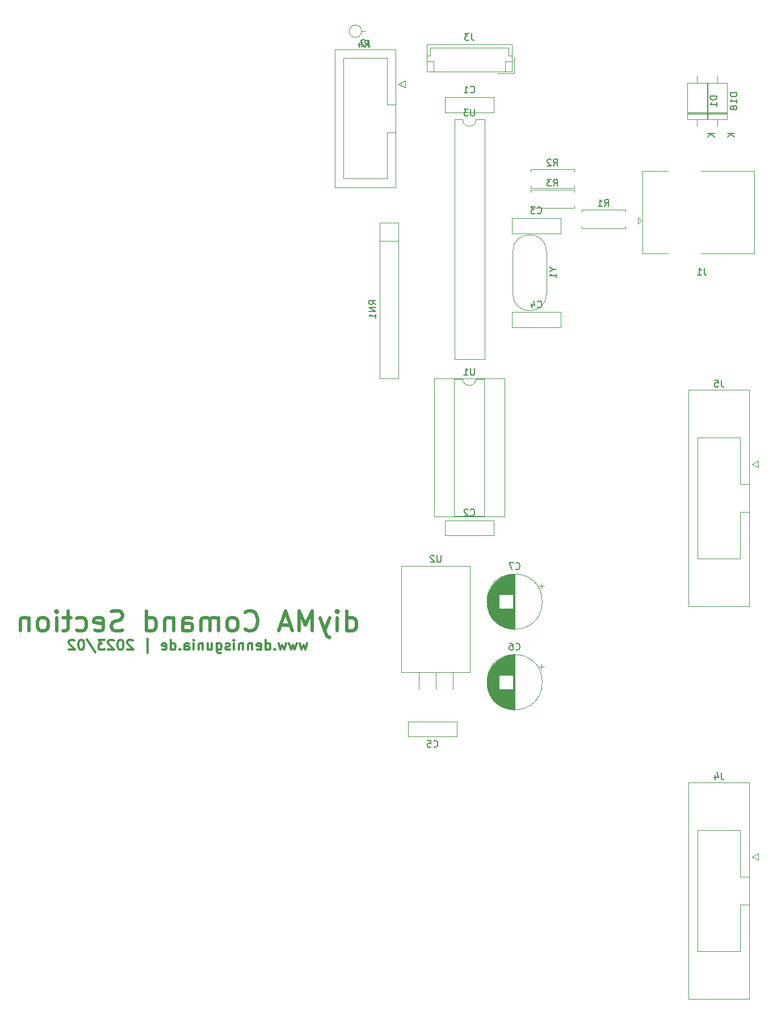
<source format=gbr>
%TF.GenerationSoftware,KiCad,Pcbnew,7.0.5*%
%TF.CreationDate,2023-07-04T22:58:32+02:00*%
%TF.ProjectId,CMD_Board,434d445f-426f-4617-9264-2e6b69636164,rev?*%
%TF.SameCoordinates,Original*%
%TF.FileFunction,Legend,Bot*%
%TF.FilePolarity,Positive*%
%FSLAX46Y46*%
G04 Gerber Fmt 4.6, Leading zero omitted, Abs format (unit mm)*
G04 Created by KiCad (PCBNEW 7.0.5) date 2023-07-04 22:58:32*
%MOMM*%
%LPD*%
G01*
G04 APERTURE LIST*
%ADD10C,0.500000*%
%ADD11C,0.300000*%
%ADD12C,0.150000*%
%ADD13C,0.120000*%
G04 APERTURE END LIST*
D10*
X258714286Y-129361857D02*
X258714286Y-126361857D01*
X258714286Y-129219000D02*
X259000000Y-129361857D01*
X259000000Y-129361857D02*
X259571428Y-129361857D01*
X259571428Y-129361857D02*
X259857143Y-129219000D01*
X259857143Y-129219000D02*
X260000000Y-129076142D01*
X260000000Y-129076142D02*
X260142857Y-128790428D01*
X260142857Y-128790428D02*
X260142857Y-127933285D01*
X260142857Y-127933285D02*
X260000000Y-127647571D01*
X260000000Y-127647571D02*
X259857143Y-127504714D01*
X259857143Y-127504714D02*
X259571428Y-127361857D01*
X259571428Y-127361857D02*
X259000000Y-127361857D01*
X259000000Y-127361857D02*
X258714286Y-127504714D01*
X257285714Y-129361857D02*
X257285714Y-127361857D01*
X257285714Y-126361857D02*
X257428571Y-126504714D01*
X257428571Y-126504714D02*
X257285714Y-126647571D01*
X257285714Y-126647571D02*
X257142857Y-126504714D01*
X257142857Y-126504714D02*
X257285714Y-126361857D01*
X257285714Y-126361857D02*
X257285714Y-126647571D01*
X256142857Y-127361857D02*
X255428571Y-129361857D01*
X254714286Y-127361857D02*
X255428571Y-129361857D01*
X255428571Y-129361857D02*
X255714286Y-130076142D01*
X255714286Y-130076142D02*
X255857143Y-130219000D01*
X255857143Y-130219000D02*
X256142857Y-130361857D01*
X253571429Y-129361857D02*
X253571429Y-126361857D01*
X253571429Y-126361857D02*
X252571429Y-128504714D01*
X252571429Y-128504714D02*
X251571429Y-126361857D01*
X251571429Y-126361857D02*
X251571429Y-129361857D01*
X250285715Y-128504714D02*
X248857144Y-128504714D01*
X250571429Y-129361857D02*
X249571429Y-126361857D01*
X249571429Y-126361857D02*
X248571429Y-129361857D01*
X243571429Y-129076142D02*
X243714286Y-129219000D01*
X243714286Y-129219000D02*
X244142858Y-129361857D01*
X244142858Y-129361857D02*
X244428572Y-129361857D01*
X244428572Y-129361857D02*
X244857143Y-129219000D01*
X244857143Y-129219000D02*
X245142858Y-128933285D01*
X245142858Y-128933285D02*
X245285715Y-128647571D01*
X245285715Y-128647571D02*
X245428572Y-128076142D01*
X245428572Y-128076142D02*
X245428572Y-127647571D01*
X245428572Y-127647571D02*
X245285715Y-127076142D01*
X245285715Y-127076142D02*
X245142858Y-126790428D01*
X245142858Y-126790428D02*
X244857143Y-126504714D01*
X244857143Y-126504714D02*
X244428572Y-126361857D01*
X244428572Y-126361857D02*
X244142858Y-126361857D01*
X244142858Y-126361857D02*
X243714286Y-126504714D01*
X243714286Y-126504714D02*
X243571429Y-126647571D01*
X241857143Y-129361857D02*
X242142858Y-129219000D01*
X242142858Y-129219000D02*
X242285715Y-129076142D01*
X242285715Y-129076142D02*
X242428572Y-128790428D01*
X242428572Y-128790428D02*
X242428572Y-127933285D01*
X242428572Y-127933285D02*
X242285715Y-127647571D01*
X242285715Y-127647571D02*
X242142858Y-127504714D01*
X242142858Y-127504714D02*
X241857143Y-127361857D01*
X241857143Y-127361857D02*
X241428572Y-127361857D01*
X241428572Y-127361857D02*
X241142858Y-127504714D01*
X241142858Y-127504714D02*
X241000001Y-127647571D01*
X241000001Y-127647571D02*
X240857143Y-127933285D01*
X240857143Y-127933285D02*
X240857143Y-128790428D01*
X240857143Y-128790428D02*
X241000001Y-129076142D01*
X241000001Y-129076142D02*
X241142858Y-129219000D01*
X241142858Y-129219000D02*
X241428572Y-129361857D01*
X241428572Y-129361857D02*
X241857143Y-129361857D01*
X239571429Y-129361857D02*
X239571429Y-127361857D01*
X239571429Y-127647571D02*
X239428572Y-127504714D01*
X239428572Y-127504714D02*
X239142857Y-127361857D01*
X239142857Y-127361857D02*
X238714286Y-127361857D01*
X238714286Y-127361857D02*
X238428572Y-127504714D01*
X238428572Y-127504714D02*
X238285715Y-127790428D01*
X238285715Y-127790428D02*
X238285715Y-129361857D01*
X238285715Y-127790428D02*
X238142857Y-127504714D01*
X238142857Y-127504714D02*
X237857143Y-127361857D01*
X237857143Y-127361857D02*
X237428572Y-127361857D01*
X237428572Y-127361857D02*
X237142857Y-127504714D01*
X237142857Y-127504714D02*
X237000000Y-127790428D01*
X237000000Y-127790428D02*
X237000000Y-129361857D01*
X234285715Y-129361857D02*
X234285715Y-127790428D01*
X234285715Y-127790428D02*
X234428572Y-127504714D01*
X234428572Y-127504714D02*
X234714286Y-127361857D01*
X234714286Y-127361857D02*
X235285715Y-127361857D01*
X235285715Y-127361857D02*
X235571429Y-127504714D01*
X234285715Y-129219000D02*
X234571429Y-129361857D01*
X234571429Y-129361857D02*
X235285715Y-129361857D01*
X235285715Y-129361857D02*
X235571429Y-129219000D01*
X235571429Y-129219000D02*
X235714286Y-128933285D01*
X235714286Y-128933285D02*
X235714286Y-128647571D01*
X235714286Y-128647571D02*
X235571429Y-128361857D01*
X235571429Y-128361857D02*
X235285715Y-128219000D01*
X235285715Y-128219000D02*
X234571429Y-128219000D01*
X234571429Y-128219000D02*
X234285715Y-128076142D01*
X232857143Y-127361857D02*
X232857143Y-129361857D01*
X232857143Y-127647571D02*
X232714286Y-127504714D01*
X232714286Y-127504714D02*
X232428571Y-127361857D01*
X232428571Y-127361857D02*
X232000000Y-127361857D01*
X232000000Y-127361857D02*
X231714286Y-127504714D01*
X231714286Y-127504714D02*
X231571429Y-127790428D01*
X231571429Y-127790428D02*
X231571429Y-129361857D01*
X228857143Y-129361857D02*
X228857143Y-126361857D01*
X228857143Y-129219000D02*
X229142857Y-129361857D01*
X229142857Y-129361857D02*
X229714285Y-129361857D01*
X229714285Y-129361857D02*
X230000000Y-129219000D01*
X230000000Y-129219000D02*
X230142857Y-129076142D01*
X230142857Y-129076142D02*
X230285714Y-128790428D01*
X230285714Y-128790428D02*
X230285714Y-127933285D01*
X230285714Y-127933285D02*
X230142857Y-127647571D01*
X230142857Y-127647571D02*
X230000000Y-127504714D01*
X230000000Y-127504714D02*
X229714285Y-127361857D01*
X229714285Y-127361857D02*
X229142857Y-127361857D01*
X229142857Y-127361857D02*
X228857143Y-127504714D01*
X225285714Y-129219000D02*
X224857143Y-129361857D01*
X224857143Y-129361857D02*
X224142857Y-129361857D01*
X224142857Y-129361857D02*
X223857143Y-129219000D01*
X223857143Y-129219000D02*
X223714285Y-129076142D01*
X223714285Y-129076142D02*
X223571428Y-128790428D01*
X223571428Y-128790428D02*
X223571428Y-128504714D01*
X223571428Y-128504714D02*
X223714285Y-128219000D01*
X223714285Y-128219000D02*
X223857143Y-128076142D01*
X223857143Y-128076142D02*
X224142857Y-127933285D01*
X224142857Y-127933285D02*
X224714285Y-127790428D01*
X224714285Y-127790428D02*
X225000000Y-127647571D01*
X225000000Y-127647571D02*
X225142857Y-127504714D01*
X225142857Y-127504714D02*
X225285714Y-127219000D01*
X225285714Y-127219000D02*
X225285714Y-126933285D01*
X225285714Y-126933285D02*
X225142857Y-126647571D01*
X225142857Y-126647571D02*
X225000000Y-126504714D01*
X225000000Y-126504714D02*
X224714285Y-126361857D01*
X224714285Y-126361857D02*
X224000000Y-126361857D01*
X224000000Y-126361857D02*
X223571428Y-126504714D01*
X221142857Y-129219000D02*
X221428571Y-129361857D01*
X221428571Y-129361857D02*
X222000000Y-129361857D01*
X222000000Y-129361857D02*
X222285714Y-129219000D01*
X222285714Y-129219000D02*
X222428571Y-128933285D01*
X222428571Y-128933285D02*
X222428571Y-127790428D01*
X222428571Y-127790428D02*
X222285714Y-127504714D01*
X222285714Y-127504714D02*
X222000000Y-127361857D01*
X222000000Y-127361857D02*
X221428571Y-127361857D01*
X221428571Y-127361857D02*
X221142857Y-127504714D01*
X221142857Y-127504714D02*
X221000000Y-127790428D01*
X221000000Y-127790428D02*
X221000000Y-128076142D01*
X221000000Y-128076142D02*
X222428571Y-128361857D01*
X218428571Y-129219000D02*
X218714285Y-129361857D01*
X218714285Y-129361857D02*
X219285713Y-129361857D01*
X219285713Y-129361857D02*
X219571428Y-129219000D01*
X219571428Y-129219000D02*
X219714285Y-129076142D01*
X219714285Y-129076142D02*
X219857142Y-128790428D01*
X219857142Y-128790428D02*
X219857142Y-127933285D01*
X219857142Y-127933285D02*
X219714285Y-127647571D01*
X219714285Y-127647571D02*
X219571428Y-127504714D01*
X219571428Y-127504714D02*
X219285713Y-127361857D01*
X219285713Y-127361857D02*
X218714285Y-127361857D01*
X218714285Y-127361857D02*
X218428571Y-127504714D01*
X217571427Y-127361857D02*
X216428570Y-127361857D01*
X217142856Y-126361857D02*
X217142856Y-128933285D01*
X217142856Y-128933285D02*
X216999999Y-129219000D01*
X216999999Y-129219000D02*
X216714284Y-129361857D01*
X216714284Y-129361857D02*
X216428570Y-129361857D01*
X215428570Y-129361857D02*
X215428570Y-127361857D01*
X215428570Y-126361857D02*
X215571427Y-126504714D01*
X215571427Y-126504714D02*
X215428570Y-126647571D01*
X215428570Y-126647571D02*
X215285713Y-126504714D01*
X215285713Y-126504714D02*
X215428570Y-126361857D01*
X215428570Y-126361857D02*
X215428570Y-126647571D01*
X213571427Y-129361857D02*
X213857142Y-129219000D01*
X213857142Y-129219000D02*
X213999999Y-129076142D01*
X213999999Y-129076142D02*
X214142856Y-128790428D01*
X214142856Y-128790428D02*
X214142856Y-127933285D01*
X214142856Y-127933285D02*
X213999999Y-127647571D01*
X213999999Y-127647571D02*
X213857142Y-127504714D01*
X213857142Y-127504714D02*
X213571427Y-127361857D01*
X213571427Y-127361857D02*
X213142856Y-127361857D01*
X213142856Y-127361857D02*
X212857142Y-127504714D01*
X212857142Y-127504714D02*
X212714285Y-127647571D01*
X212714285Y-127647571D02*
X212571427Y-127933285D01*
X212571427Y-127933285D02*
X212571427Y-128790428D01*
X212571427Y-128790428D02*
X212714285Y-129076142D01*
X212714285Y-129076142D02*
X212857142Y-129219000D01*
X212857142Y-129219000D02*
X213142856Y-129361857D01*
X213142856Y-129361857D02*
X213571427Y-129361857D01*
X211285713Y-127361857D02*
X211285713Y-129361857D01*
X211285713Y-127647571D02*
X211142856Y-127504714D01*
X211142856Y-127504714D02*
X210857141Y-127361857D01*
X210857141Y-127361857D02*
X210428570Y-127361857D01*
X210428570Y-127361857D02*
X210142856Y-127504714D01*
X210142856Y-127504714D02*
X209999999Y-127790428D01*
X209999999Y-127790428D02*
X209999999Y-129361857D01*
D11*
X252821428Y-131178328D02*
X252535714Y-132178328D01*
X252535714Y-132178328D02*
X252249999Y-131464042D01*
X252249999Y-131464042D02*
X251964285Y-132178328D01*
X251964285Y-132178328D02*
X251678571Y-131178328D01*
X251249999Y-131178328D02*
X250964285Y-132178328D01*
X250964285Y-132178328D02*
X250678570Y-131464042D01*
X250678570Y-131464042D02*
X250392856Y-132178328D01*
X250392856Y-132178328D02*
X250107142Y-131178328D01*
X249678570Y-131178328D02*
X249392856Y-132178328D01*
X249392856Y-132178328D02*
X249107141Y-131464042D01*
X249107141Y-131464042D02*
X248821427Y-132178328D01*
X248821427Y-132178328D02*
X248535713Y-131178328D01*
X247964284Y-132035471D02*
X247892855Y-132106900D01*
X247892855Y-132106900D02*
X247964284Y-132178328D01*
X247964284Y-132178328D02*
X248035712Y-132106900D01*
X248035712Y-132106900D02*
X247964284Y-132035471D01*
X247964284Y-132035471D02*
X247964284Y-132178328D01*
X246607141Y-132178328D02*
X246607141Y-130678328D01*
X246607141Y-132106900D02*
X246749998Y-132178328D01*
X246749998Y-132178328D02*
X247035712Y-132178328D01*
X247035712Y-132178328D02*
X247178569Y-132106900D01*
X247178569Y-132106900D02*
X247249998Y-132035471D01*
X247249998Y-132035471D02*
X247321426Y-131892614D01*
X247321426Y-131892614D02*
X247321426Y-131464042D01*
X247321426Y-131464042D02*
X247249998Y-131321185D01*
X247249998Y-131321185D02*
X247178569Y-131249757D01*
X247178569Y-131249757D02*
X247035712Y-131178328D01*
X247035712Y-131178328D02*
X246749998Y-131178328D01*
X246749998Y-131178328D02*
X246607141Y-131249757D01*
X245321426Y-132106900D02*
X245464283Y-132178328D01*
X245464283Y-132178328D02*
X245749998Y-132178328D01*
X245749998Y-132178328D02*
X245892855Y-132106900D01*
X245892855Y-132106900D02*
X245964283Y-131964042D01*
X245964283Y-131964042D02*
X245964283Y-131392614D01*
X245964283Y-131392614D02*
X245892855Y-131249757D01*
X245892855Y-131249757D02*
X245749998Y-131178328D01*
X245749998Y-131178328D02*
X245464283Y-131178328D01*
X245464283Y-131178328D02*
X245321426Y-131249757D01*
X245321426Y-131249757D02*
X245249998Y-131392614D01*
X245249998Y-131392614D02*
X245249998Y-131535471D01*
X245249998Y-131535471D02*
X245964283Y-131678328D01*
X244607141Y-131178328D02*
X244607141Y-132178328D01*
X244607141Y-131321185D02*
X244535712Y-131249757D01*
X244535712Y-131249757D02*
X244392855Y-131178328D01*
X244392855Y-131178328D02*
X244178569Y-131178328D01*
X244178569Y-131178328D02*
X244035712Y-131249757D01*
X244035712Y-131249757D02*
X243964284Y-131392614D01*
X243964284Y-131392614D02*
X243964284Y-132178328D01*
X243249998Y-131178328D02*
X243249998Y-132178328D01*
X243249998Y-131321185D02*
X243178569Y-131249757D01*
X243178569Y-131249757D02*
X243035712Y-131178328D01*
X243035712Y-131178328D02*
X242821426Y-131178328D01*
X242821426Y-131178328D02*
X242678569Y-131249757D01*
X242678569Y-131249757D02*
X242607141Y-131392614D01*
X242607141Y-131392614D02*
X242607141Y-132178328D01*
X241892855Y-132178328D02*
X241892855Y-131178328D01*
X241892855Y-130678328D02*
X241964283Y-130749757D01*
X241964283Y-130749757D02*
X241892855Y-130821185D01*
X241892855Y-130821185D02*
X241821426Y-130749757D01*
X241821426Y-130749757D02*
X241892855Y-130678328D01*
X241892855Y-130678328D02*
X241892855Y-130821185D01*
X241249997Y-132106900D02*
X241107140Y-132178328D01*
X241107140Y-132178328D02*
X240821426Y-132178328D01*
X240821426Y-132178328D02*
X240678569Y-132106900D01*
X240678569Y-132106900D02*
X240607140Y-131964042D01*
X240607140Y-131964042D02*
X240607140Y-131892614D01*
X240607140Y-131892614D02*
X240678569Y-131749757D01*
X240678569Y-131749757D02*
X240821426Y-131678328D01*
X240821426Y-131678328D02*
X241035712Y-131678328D01*
X241035712Y-131678328D02*
X241178569Y-131606900D01*
X241178569Y-131606900D02*
X241249997Y-131464042D01*
X241249997Y-131464042D02*
X241249997Y-131392614D01*
X241249997Y-131392614D02*
X241178569Y-131249757D01*
X241178569Y-131249757D02*
X241035712Y-131178328D01*
X241035712Y-131178328D02*
X240821426Y-131178328D01*
X240821426Y-131178328D02*
X240678569Y-131249757D01*
X239321426Y-131178328D02*
X239321426Y-132392614D01*
X239321426Y-132392614D02*
X239392854Y-132535471D01*
X239392854Y-132535471D02*
X239464283Y-132606900D01*
X239464283Y-132606900D02*
X239607140Y-132678328D01*
X239607140Y-132678328D02*
X239821426Y-132678328D01*
X239821426Y-132678328D02*
X239964283Y-132606900D01*
X239321426Y-132106900D02*
X239464283Y-132178328D01*
X239464283Y-132178328D02*
X239749997Y-132178328D01*
X239749997Y-132178328D02*
X239892854Y-132106900D01*
X239892854Y-132106900D02*
X239964283Y-132035471D01*
X239964283Y-132035471D02*
X240035711Y-131892614D01*
X240035711Y-131892614D02*
X240035711Y-131464042D01*
X240035711Y-131464042D02*
X239964283Y-131321185D01*
X239964283Y-131321185D02*
X239892854Y-131249757D01*
X239892854Y-131249757D02*
X239749997Y-131178328D01*
X239749997Y-131178328D02*
X239464283Y-131178328D01*
X239464283Y-131178328D02*
X239321426Y-131249757D01*
X237964283Y-131178328D02*
X237964283Y-132178328D01*
X238607140Y-131178328D02*
X238607140Y-131964042D01*
X238607140Y-131964042D02*
X238535711Y-132106900D01*
X238535711Y-132106900D02*
X238392854Y-132178328D01*
X238392854Y-132178328D02*
X238178568Y-132178328D01*
X238178568Y-132178328D02*
X238035711Y-132106900D01*
X238035711Y-132106900D02*
X237964283Y-132035471D01*
X237249997Y-131178328D02*
X237249997Y-132178328D01*
X237249997Y-131321185D02*
X237178568Y-131249757D01*
X237178568Y-131249757D02*
X237035711Y-131178328D01*
X237035711Y-131178328D02*
X236821425Y-131178328D01*
X236821425Y-131178328D02*
X236678568Y-131249757D01*
X236678568Y-131249757D02*
X236607140Y-131392614D01*
X236607140Y-131392614D02*
X236607140Y-132178328D01*
X235892854Y-132178328D02*
X235892854Y-131178328D01*
X235892854Y-130678328D02*
X235964282Y-130749757D01*
X235964282Y-130749757D02*
X235892854Y-130821185D01*
X235892854Y-130821185D02*
X235821425Y-130749757D01*
X235821425Y-130749757D02*
X235892854Y-130678328D01*
X235892854Y-130678328D02*
X235892854Y-130821185D01*
X234535711Y-132178328D02*
X234535711Y-131392614D01*
X234535711Y-131392614D02*
X234607139Y-131249757D01*
X234607139Y-131249757D02*
X234749996Y-131178328D01*
X234749996Y-131178328D02*
X235035711Y-131178328D01*
X235035711Y-131178328D02*
X235178568Y-131249757D01*
X234535711Y-132106900D02*
X234678568Y-132178328D01*
X234678568Y-132178328D02*
X235035711Y-132178328D01*
X235035711Y-132178328D02*
X235178568Y-132106900D01*
X235178568Y-132106900D02*
X235249996Y-131964042D01*
X235249996Y-131964042D02*
X235249996Y-131821185D01*
X235249996Y-131821185D02*
X235178568Y-131678328D01*
X235178568Y-131678328D02*
X235035711Y-131606900D01*
X235035711Y-131606900D02*
X234678568Y-131606900D01*
X234678568Y-131606900D02*
X234535711Y-131535471D01*
X233821425Y-132035471D02*
X233749996Y-132106900D01*
X233749996Y-132106900D02*
X233821425Y-132178328D01*
X233821425Y-132178328D02*
X233892853Y-132106900D01*
X233892853Y-132106900D02*
X233821425Y-132035471D01*
X233821425Y-132035471D02*
X233821425Y-132178328D01*
X232464282Y-132178328D02*
X232464282Y-130678328D01*
X232464282Y-132106900D02*
X232607139Y-132178328D01*
X232607139Y-132178328D02*
X232892853Y-132178328D01*
X232892853Y-132178328D02*
X233035710Y-132106900D01*
X233035710Y-132106900D02*
X233107139Y-132035471D01*
X233107139Y-132035471D02*
X233178567Y-131892614D01*
X233178567Y-131892614D02*
X233178567Y-131464042D01*
X233178567Y-131464042D02*
X233107139Y-131321185D01*
X233107139Y-131321185D02*
X233035710Y-131249757D01*
X233035710Y-131249757D02*
X232892853Y-131178328D01*
X232892853Y-131178328D02*
X232607139Y-131178328D01*
X232607139Y-131178328D02*
X232464282Y-131249757D01*
X231178567Y-132106900D02*
X231321424Y-132178328D01*
X231321424Y-132178328D02*
X231607139Y-132178328D01*
X231607139Y-132178328D02*
X231749996Y-132106900D01*
X231749996Y-132106900D02*
X231821424Y-131964042D01*
X231821424Y-131964042D02*
X231821424Y-131392614D01*
X231821424Y-131392614D02*
X231749996Y-131249757D01*
X231749996Y-131249757D02*
X231607139Y-131178328D01*
X231607139Y-131178328D02*
X231321424Y-131178328D01*
X231321424Y-131178328D02*
X231178567Y-131249757D01*
X231178567Y-131249757D02*
X231107139Y-131392614D01*
X231107139Y-131392614D02*
X231107139Y-131535471D01*
X231107139Y-131535471D02*
X231821424Y-131678328D01*
X228964282Y-132678328D02*
X228964282Y-130535471D01*
X226821425Y-130821185D02*
X226749997Y-130749757D01*
X226749997Y-130749757D02*
X226607140Y-130678328D01*
X226607140Y-130678328D02*
X226249997Y-130678328D01*
X226249997Y-130678328D02*
X226107140Y-130749757D01*
X226107140Y-130749757D02*
X226035711Y-130821185D01*
X226035711Y-130821185D02*
X225964282Y-130964042D01*
X225964282Y-130964042D02*
X225964282Y-131106900D01*
X225964282Y-131106900D02*
X226035711Y-131321185D01*
X226035711Y-131321185D02*
X226892854Y-132178328D01*
X226892854Y-132178328D02*
X225964282Y-132178328D01*
X225035711Y-130678328D02*
X224892854Y-130678328D01*
X224892854Y-130678328D02*
X224749997Y-130749757D01*
X224749997Y-130749757D02*
X224678569Y-130821185D01*
X224678569Y-130821185D02*
X224607140Y-130964042D01*
X224607140Y-130964042D02*
X224535711Y-131249757D01*
X224535711Y-131249757D02*
X224535711Y-131606900D01*
X224535711Y-131606900D02*
X224607140Y-131892614D01*
X224607140Y-131892614D02*
X224678569Y-132035471D01*
X224678569Y-132035471D02*
X224749997Y-132106900D01*
X224749997Y-132106900D02*
X224892854Y-132178328D01*
X224892854Y-132178328D02*
X225035711Y-132178328D01*
X225035711Y-132178328D02*
X225178569Y-132106900D01*
X225178569Y-132106900D02*
X225249997Y-132035471D01*
X225249997Y-132035471D02*
X225321426Y-131892614D01*
X225321426Y-131892614D02*
X225392854Y-131606900D01*
X225392854Y-131606900D02*
X225392854Y-131249757D01*
X225392854Y-131249757D02*
X225321426Y-130964042D01*
X225321426Y-130964042D02*
X225249997Y-130821185D01*
X225249997Y-130821185D02*
X225178569Y-130749757D01*
X225178569Y-130749757D02*
X225035711Y-130678328D01*
X223964283Y-130821185D02*
X223892855Y-130749757D01*
X223892855Y-130749757D02*
X223749998Y-130678328D01*
X223749998Y-130678328D02*
X223392855Y-130678328D01*
X223392855Y-130678328D02*
X223249998Y-130749757D01*
X223249998Y-130749757D02*
X223178569Y-130821185D01*
X223178569Y-130821185D02*
X223107140Y-130964042D01*
X223107140Y-130964042D02*
X223107140Y-131106900D01*
X223107140Y-131106900D02*
X223178569Y-131321185D01*
X223178569Y-131321185D02*
X224035712Y-132178328D01*
X224035712Y-132178328D02*
X223107140Y-132178328D01*
X222607141Y-130678328D02*
X221678569Y-130678328D01*
X221678569Y-130678328D02*
X222178569Y-131249757D01*
X222178569Y-131249757D02*
X221964284Y-131249757D01*
X221964284Y-131249757D02*
X221821427Y-131321185D01*
X221821427Y-131321185D02*
X221749998Y-131392614D01*
X221749998Y-131392614D02*
X221678569Y-131535471D01*
X221678569Y-131535471D02*
X221678569Y-131892614D01*
X221678569Y-131892614D02*
X221749998Y-132035471D01*
X221749998Y-132035471D02*
X221821427Y-132106900D01*
X221821427Y-132106900D02*
X221964284Y-132178328D01*
X221964284Y-132178328D02*
X222392855Y-132178328D01*
X222392855Y-132178328D02*
X222535712Y-132106900D01*
X222535712Y-132106900D02*
X222607141Y-132035471D01*
X219964284Y-130606900D02*
X221249998Y-132535471D01*
X219178569Y-130678328D02*
X219035712Y-130678328D01*
X219035712Y-130678328D02*
X218892855Y-130749757D01*
X218892855Y-130749757D02*
X218821427Y-130821185D01*
X218821427Y-130821185D02*
X218749998Y-130964042D01*
X218749998Y-130964042D02*
X218678569Y-131249757D01*
X218678569Y-131249757D02*
X218678569Y-131606900D01*
X218678569Y-131606900D02*
X218749998Y-131892614D01*
X218749998Y-131892614D02*
X218821427Y-132035471D01*
X218821427Y-132035471D02*
X218892855Y-132106900D01*
X218892855Y-132106900D02*
X219035712Y-132178328D01*
X219035712Y-132178328D02*
X219178569Y-132178328D01*
X219178569Y-132178328D02*
X219321427Y-132106900D01*
X219321427Y-132106900D02*
X219392855Y-132035471D01*
X219392855Y-132035471D02*
X219464284Y-131892614D01*
X219464284Y-131892614D02*
X219535712Y-131606900D01*
X219535712Y-131606900D02*
X219535712Y-131249757D01*
X219535712Y-131249757D02*
X219464284Y-130964042D01*
X219464284Y-130964042D02*
X219392855Y-130821185D01*
X219392855Y-130821185D02*
X219321427Y-130749757D01*
X219321427Y-130749757D02*
X219178569Y-130678328D01*
X218107141Y-130821185D02*
X218035713Y-130749757D01*
X218035713Y-130749757D02*
X217892856Y-130678328D01*
X217892856Y-130678328D02*
X217535713Y-130678328D01*
X217535713Y-130678328D02*
X217392856Y-130749757D01*
X217392856Y-130749757D02*
X217321427Y-130821185D01*
X217321427Y-130821185D02*
X217249998Y-130964042D01*
X217249998Y-130964042D02*
X217249998Y-131106900D01*
X217249998Y-131106900D02*
X217321427Y-131321185D01*
X217321427Y-131321185D02*
X218178570Y-132178328D01*
X218178570Y-132178328D02*
X217249998Y-132178328D01*
D12*
%TO.C,J4*%
X314563333Y-150484819D02*
X314563333Y-151199104D01*
X314563333Y-151199104D02*
X314610952Y-151341961D01*
X314610952Y-151341961D02*
X314706190Y-151437200D01*
X314706190Y-151437200D02*
X314849047Y-151484819D01*
X314849047Y-151484819D02*
X314944285Y-151484819D01*
X313658571Y-150818152D02*
X313658571Y-151484819D01*
X313896666Y-150437200D02*
X314134761Y-151151485D01*
X314134761Y-151151485D02*
X313515714Y-151151485D01*
%TO.C,J5*%
X314563333Y-91984819D02*
X314563333Y-92699104D01*
X314563333Y-92699104D02*
X314610952Y-92841961D01*
X314610952Y-92841961D02*
X314706190Y-92937200D01*
X314706190Y-92937200D02*
X314849047Y-92984819D01*
X314849047Y-92984819D02*
X314944285Y-92984819D01*
X313610952Y-91984819D02*
X314087142Y-91984819D01*
X314087142Y-91984819D02*
X314134761Y-92461009D01*
X314134761Y-92461009D02*
X314087142Y-92413390D01*
X314087142Y-92413390D02*
X313991904Y-92365771D01*
X313991904Y-92365771D02*
X313753809Y-92365771D01*
X313753809Y-92365771D02*
X313658571Y-92413390D01*
X313658571Y-92413390D02*
X313610952Y-92461009D01*
X313610952Y-92461009D02*
X313563333Y-92556247D01*
X313563333Y-92556247D02*
X313563333Y-92794342D01*
X313563333Y-92794342D02*
X313610952Y-92889580D01*
X313610952Y-92889580D02*
X313658571Y-92937200D01*
X313658571Y-92937200D02*
X313753809Y-92984819D01*
X313753809Y-92984819D02*
X313991904Y-92984819D01*
X313991904Y-92984819D02*
X314087142Y-92937200D01*
X314087142Y-92937200D02*
X314134761Y-92889580D01*
%TO.C,D18*%
X316924819Y-49205714D02*
X315924819Y-49205714D01*
X315924819Y-49205714D02*
X315924819Y-49443809D01*
X315924819Y-49443809D02*
X315972438Y-49586666D01*
X315972438Y-49586666D02*
X316067676Y-49681904D01*
X316067676Y-49681904D02*
X316162914Y-49729523D01*
X316162914Y-49729523D02*
X316353390Y-49777142D01*
X316353390Y-49777142D02*
X316496247Y-49777142D01*
X316496247Y-49777142D02*
X316686723Y-49729523D01*
X316686723Y-49729523D02*
X316781961Y-49681904D01*
X316781961Y-49681904D02*
X316877200Y-49586666D01*
X316877200Y-49586666D02*
X316924819Y-49443809D01*
X316924819Y-49443809D02*
X316924819Y-49205714D01*
X316924819Y-50729523D02*
X316924819Y-50158095D01*
X316924819Y-50443809D02*
X315924819Y-50443809D01*
X315924819Y-50443809D02*
X316067676Y-50348571D01*
X316067676Y-50348571D02*
X316162914Y-50253333D01*
X316162914Y-50253333D02*
X316210533Y-50158095D01*
X316353390Y-51300952D02*
X316305771Y-51205714D01*
X316305771Y-51205714D02*
X316258152Y-51158095D01*
X316258152Y-51158095D02*
X316162914Y-51110476D01*
X316162914Y-51110476D02*
X316115295Y-51110476D01*
X316115295Y-51110476D02*
X316020057Y-51158095D01*
X316020057Y-51158095D02*
X315972438Y-51205714D01*
X315972438Y-51205714D02*
X315924819Y-51300952D01*
X315924819Y-51300952D02*
X315924819Y-51491428D01*
X315924819Y-51491428D02*
X315972438Y-51586666D01*
X315972438Y-51586666D02*
X316020057Y-51634285D01*
X316020057Y-51634285D02*
X316115295Y-51681904D01*
X316115295Y-51681904D02*
X316162914Y-51681904D01*
X316162914Y-51681904D02*
X316258152Y-51634285D01*
X316258152Y-51634285D02*
X316305771Y-51586666D01*
X316305771Y-51586666D02*
X316353390Y-51491428D01*
X316353390Y-51491428D02*
X316353390Y-51300952D01*
X316353390Y-51300952D02*
X316401009Y-51205714D01*
X316401009Y-51205714D02*
X316448628Y-51158095D01*
X316448628Y-51158095D02*
X316543866Y-51110476D01*
X316543866Y-51110476D02*
X316734342Y-51110476D01*
X316734342Y-51110476D02*
X316829580Y-51158095D01*
X316829580Y-51158095D02*
X316877200Y-51205714D01*
X316877200Y-51205714D02*
X316924819Y-51300952D01*
X316924819Y-51300952D02*
X316924819Y-51491428D01*
X316924819Y-51491428D02*
X316877200Y-51586666D01*
X316877200Y-51586666D02*
X316829580Y-51634285D01*
X316829580Y-51634285D02*
X316734342Y-51681904D01*
X316734342Y-51681904D02*
X316543866Y-51681904D01*
X316543866Y-51681904D02*
X316448628Y-51634285D01*
X316448628Y-51634285D02*
X316401009Y-51586666D01*
X316401009Y-51586666D02*
X316353390Y-51491428D01*
X316554819Y-55238095D02*
X315554819Y-55238095D01*
X316554819Y-55809523D02*
X315983390Y-55380952D01*
X315554819Y-55809523D02*
X316126247Y-55238095D01*
%TO.C,J1*%
X312045833Y-75354819D02*
X312045833Y-76069104D01*
X312045833Y-76069104D02*
X312093452Y-76211961D01*
X312093452Y-76211961D02*
X312188690Y-76307200D01*
X312188690Y-76307200D02*
X312331547Y-76354819D01*
X312331547Y-76354819D02*
X312426785Y-76354819D01*
X311045833Y-76354819D02*
X311617261Y-76354819D01*
X311331547Y-76354819D02*
X311331547Y-75354819D01*
X311331547Y-75354819D02*
X311426785Y-75497676D01*
X311426785Y-75497676D02*
X311522023Y-75592914D01*
X311522023Y-75592914D02*
X311617261Y-75640533D01*
%TO.C,R4*%
X261436666Y-42374819D02*
X261769999Y-41898628D01*
X262008094Y-42374819D02*
X262008094Y-41374819D01*
X262008094Y-41374819D02*
X261627142Y-41374819D01*
X261627142Y-41374819D02*
X261531904Y-41422438D01*
X261531904Y-41422438D02*
X261484285Y-41470057D01*
X261484285Y-41470057D02*
X261436666Y-41565295D01*
X261436666Y-41565295D02*
X261436666Y-41708152D01*
X261436666Y-41708152D02*
X261484285Y-41803390D01*
X261484285Y-41803390D02*
X261531904Y-41851009D01*
X261531904Y-41851009D02*
X261627142Y-41898628D01*
X261627142Y-41898628D02*
X262008094Y-41898628D01*
X260579523Y-41708152D02*
X260579523Y-42374819D01*
X260817618Y-41327200D02*
X261055713Y-42041485D01*
X261055713Y-42041485D02*
X260436666Y-42041485D01*
%TO.C,C1*%
X277166666Y-49109580D02*
X277214285Y-49157200D01*
X277214285Y-49157200D02*
X277357142Y-49204819D01*
X277357142Y-49204819D02*
X277452380Y-49204819D01*
X277452380Y-49204819D02*
X277595237Y-49157200D01*
X277595237Y-49157200D02*
X277690475Y-49061961D01*
X277690475Y-49061961D02*
X277738094Y-48966723D01*
X277738094Y-48966723D02*
X277785713Y-48776247D01*
X277785713Y-48776247D02*
X277785713Y-48633390D01*
X277785713Y-48633390D02*
X277738094Y-48442914D01*
X277738094Y-48442914D02*
X277690475Y-48347676D01*
X277690475Y-48347676D02*
X277595237Y-48252438D01*
X277595237Y-48252438D02*
X277452380Y-48204819D01*
X277452380Y-48204819D02*
X277357142Y-48204819D01*
X277357142Y-48204819D02*
X277214285Y-48252438D01*
X277214285Y-48252438D02*
X277166666Y-48300057D01*
X276214285Y-49204819D02*
X276785713Y-49204819D01*
X276499999Y-49204819D02*
X276499999Y-48204819D01*
X276499999Y-48204819D02*
X276595237Y-48347676D01*
X276595237Y-48347676D02*
X276690475Y-48442914D01*
X276690475Y-48442914D02*
X276785713Y-48490533D01*
%TO.C,J2*%
X261815833Y-41274819D02*
X261815833Y-41989104D01*
X261815833Y-41989104D02*
X261863452Y-42131961D01*
X261863452Y-42131961D02*
X261958690Y-42227200D01*
X261958690Y-42227200D02*
X262101547Y-42274819D01*
X262101547Y-42274819D02*
X262196785Y-42274819D01*
X261387261Y-41370057D02*
X261339642Y-41322438D01*
X261339642Y-41322438D02*
X261244404Y-41274819D01*
X261244404Y-41274819D02*
X261006309Y-41274819D01*
X261006309Y-41274819D02*
X260911071Y-41322438D01*
X260911071Y-41322438D02*
X260863452Y-41370057D01*
X260863452Y-41370057D02*
X260815833Y-41465295D01*
X260815833Y-41465295D02*
X260815833Y-41560533D01*
X260815833Y-41560533D02*
X260863452Y-41703390D01*
X260863452Y-41703390D02*
X261434880Y-42274819D01*
X261434880Y-42274819D02*
X260815833Y-42274819D01*
%TO.C,R3*%
X289546666Y-63084819D02*
X289879999Y-62608628D01*
X290118094Y-63084819D02*
X290118094Y-62084819D01*
X290118094Y-62084819D02*
X289737142Y-62084819D01*
X289737142Y-62084819D02*
X289641904Y-62132438D01*
X289641904Y-62132438D02*
X289594285Y-62180057D01*
X289594285Y-62180057D02*
X289546666Y-62275295D01*
X289546666Y-62275295D02*
X289546666Y-62418152D01*
X289546666Y-62418152D02*
X289594285Y-62513390D01*
X289594285Y-62513390D02*
X289641904Y-62561009D01*
X289641904Y-62561009D02*
X289737142Y-62608628D01*
X289737142Y-62608628D02*
X290118094Y-62608628D01*
X289213332Y-62084819D02*
X288594285Y-62084819D01*
X288594285Y-62084819D02*
X288927618Y-62465771D01*
X288927618Y-62465771D02*
X288784761Y-62465771D01*
X288784761Y-62465771D02*
X288689523Y-62513390D01*
X288689523Y-62513390D02*
X288641904Y-62561009D01*
X288641904Y-62561009D02*
X288594285Y-62656247D01*
X288594285Y-62656247D02*
X288594285Y-62894342D01*
X288594285Y-62894342D02*
X288641904Y-62989580D01*
X288641904Y-62989580D02*
X288689523Y-63037200D01*
X288689523Y-63037200D02*
X288784761Y-63084819D01*
X288784761Y-63084819D02*
X289070475Y-63084819D01*
X289070475Y-63084819D02*
X289165713Y-63037200D01*
X289165713Y-63037200D02*
X289213332Y-62989580D01*
%TO.C,C6*%
X283916666Y-132109580D02*
X283964285Y-132157200D01*
X283964285Y-132157200D02*
X284107142Y-132204819D01*
X284107142Y-132204819D02*
X284202380Y-132204819D01*
X284202380Y-132204819D02*
X284345237Y-132157200D01*
X284345237Y-132157200D02*
X284440475Y-132061961D01*
X284440475Y-132061961D02*
X284488094Y-131966723D01*
X284488094Y-131966723D02*
X284535713Y-131776247D01*
X284535713Y-131776247D02*
X284535713Y-131633390D01*
X284535713Y-131633390D02*
X284488094Y-131442914D01*
X284488094Y-131442914D02*
X284440475Y-131347676D01*
X284440475Y-131347676D02*
X284345237Y-131252438D01*
X284345237Y-131252438D02*
X284202380Y-131204819D01*
X284202380Y-131204819D02*
X284107142Y-131204819D01*
X284107142Y-131204819D02*
X283964285Y-131252438D01*
X283964285Y-131252438D02*
X283916666Y-131300057D01*
X283059523Y-131204819D02*
X283249999Y-131204819D01*
X283249999Y-131204819D02*
X283345237Y-131252438D01*
X283345237Y-131252438D02*
X283392856Y-131300057D01*
X283392856Y-131300057D02*
X283488094Y-131442914D01*
X283488094Y-131442914D02*
X283535713Y-131633390D01*
X283535713Y-131633390D02*
X283535713Y-132014342D01*
X283535713Y-132014342D02*
X283488094Y-132109580D01*
X283488094Y-132109580D02*
X283440475Y-132157200D01*
X283440475Y-132157200D02*
X283345237Y-132204819D01*
X283345237Y-132204819D02*
X283154761Y-132204819D01*
X283154761Y-132204819D02*
X283059523Y-132157200D01*
X283059523Y-132157200D02*
X283011904Y-132109580D01*
X283011904Y-132109580D02*
X282964285Y-132014342D01*
X282964285Y-132014342D02*
X282964285Y-131776247D01*
X282964285Y-131776247D02*
X283011904Y-131681009D01*
X283011904Y-131681009D02*
X283059523Y-131633390D01*
X283059523Y-131633390D02*
X283154761Y-131585771D01*
X283154761Y-131585771D02*
X283345237Y-131585771D01*
X283345237Y-131585771D02*
X283440475Y-131633390D01*
X283440475Y-131633390D02*
X283488094Y-131681009D01*
X283488094Y-131681009D02*
X283535713Y-131776247D01*
%TO.C,Y1*%
X289503628Y-75523809D02*
X289979819Y-75523809D01*
X288979819Y-75190476D02*
X289503628Y-75523809D01*
X289503628Y-75523809D02*
X288979819Y-75857142D01*
X289979819Y-76714285D02*
X289979819Y-76142857D01*
X289979819Y-76428571D02*
X288979819Y-76428571D01*
X288979819Y-76428571D02*
X289122676Y-76333333D01*
X289122676Y-76333333D02*
X289217914Y-76238095D01*
X289217914Y-76238095D02*
X289265533Y-76142857D01*
%TO.C,R1*%
X297166666Y-66084819D02*
X297499999Y-65608628D01*
X297738094Y-66084819D02*
X297738094Y-65084819D01*
X297738094Y-65084819D02*
X297357142Y-65084819D01*
X297357142Y-65084819D02*
X297261904Y-65132438D01*
X297261904Y-65132438D02*
X297214285Y-65180057D01*
X297214285Y-65180057D02*
X297166666Y-65275295D01*
X297166666Y-65275295D02*
X297166666Y-65418152D01*
X297166666Y-65418152D02*
X297214285Y-65513390D01*
X297214285Y-65513390D02*
X297261904Y-65561009D01*
X297261904Y-65561009D02*
X297357142Y-65608628D01*
X297357142Y-65608628D02*
X297738094Y-65608628D01*
X296214285Y-66084819D02*
X296785713Y-66084819D01*
X296499999Y-66084819D02*
X296499999Y-65084819D01*
X296499999Y-65084819D02*
X296595237Y-65227676D01*
X296595237Y-65227676D02*
X296690475Y-65322914D01*
X296690475Y-65322914D02*
X296785713Y-65370533D01*
%TO.C,D1*%
X313924819Y-49681905D02*
X312924819Y-49681905D01*
X312924819Y-49681905D02*
X312924819Y-49920000D01*
X312924819Y-49920000D02*
X312972438Y-50062857D01*
X312972438Y-50062857D02*
X313067676Y-50158095D01*
X313067676Y-50158095D02*
X313162914Y-50205714D01*
X313162914Y-50205714D02*
X313353390Y-50253333D01*
X313353390Y-50253333D02*
X313496247Y-50253333D01*
X313496247Y-50253333D02*
X313686723Y-50205714D01*
X313686723Y-50205714D02*
X313781961Y-50158095D01*
X313781961Y-50158095D02*
X313877200Y-50062857D01*
X313877200Y-50062857D02*
X313924819Y-49920000D01*
X313924819Y-49920000D02*
X313924819Y-49681905D01*
X313924819Y-51205714D02*
X313924819Y-50634286D01*
X313924819Y-50920000D02*
X312924819Y-50920000D01*
X312924819Y-50920000D02*
X313067676Y-50824762D01*
X313067676Y-50824762D02*
X313162914Y-50729524D01*
X313162914Y-50729524D02*
X313210533Y-50634286D01*
X313554819Y-55238095D02*
X312554819Y-55238095D01*
X313554819Y-55809523D02*
X312983390Y-55380952D01*
X312554819Y-55809523D02*
X313126247Y-55238095D01*
%TO.C,C3*%
X287166666Y-67109580D02*
X287214285Y-67157200D01*
X287214285Y-67157200D02*
X287357142Y-67204819D01*
X287357142Y-67204819D02*
X287452380Y-67204819D01*
X287452380Y-67204819D02*
X287595237Y-67157200D01*
X287595237Y-67157200D02*
X287690475Y-67061961D01*
X287690475Y-67061961D02*
X287738094Y-66966723D01*
X287738094Y-66966723D02*
X287785713Y-66776247D01*
X287785713Y-66776247D02*
X287785713Y-66633390D01*
X287785713Y-66633390D02*
X287738094Y-66442914D01*
X287738094Y-66442914D02*
X287690475Y-66347676D01*
X287690475Y-66347676D02*
X287595237Y-66252438D01*
X287595237Y-66252438D02*
X287452380Y-66204819D01*
X287452380Y-66204819D02*
X287357142Y-66204819D01*
X287357142Y-66204819D02*
X287214285Y-66252438D01*
X287214285Y-66252438D02*
X287166666Y-66300057D01*
X286833332Y-66204819D02*
X286214285Y-66204819D01*
X286214285Y-66204819D02*
X286547618Y-66585771D01*
X286547618Y-66585771D02*
X286404761Y-66585771D01*
X286404761Y-66585771D02*
X286309523Y-66633390D01*
X286309523Y-66633390D02*
X286261904Y-66681009D01*
X286261904Y-66681009D02*
X286214285Y-66776247D01*
X286214285Y-66776247D02*
X286214285Y-67014342D01*
X286214285Y-67014342D02*
X286261904Y-67109580D01*
X286261904Y-67109580D02*
X286309523Y-67157200D01*
X286309523Y-67157200D02*
X286404761Y-67204819D01*
X286404761Y-67204819D02*
X286690475Y-67204819D01*
X286690475Y-67204819D02*
X286785713Y-67157200D01*
X286785713Y-67157200D02*
X286833332Y-67109580D01*
%TO.C,U2*%
X272761904Y-118104819D02*
X272761904Y-118914342D01*
X272761904Y-118914342D02*
X272714285Y-119009580D01*
X272714285Y-119009580D02*
X272666666Y-119057200D01*
X272666666Y-119057200D02*
X272571428Y-119104819D01*
X272571428Y-119104819D02*
X272380952Y-119104819D01*
X272380952Y-119104819D02*
X272285714Y-119057200D01*
X272285714Y-119057200D02*
X272238095Y-119009580D01*
X272238095Y-119009580D02*
X272190476Y-118914342D01*
X272190476Y-118914342D02*
X272190476Y-118104819D01*
X271761904Y-118200057D02*
X271714285Y-118152438D01*
X271714285Y-118152438D02*
X271619047Y-118104819D01*
X271619047Y-118104819D02*
X271380952Y-118104819D01*
X271380952Y-118104819D02*
X271285714Y-118152438D01*
X271285714Y-118152438D02*
X271238095Y-118200057D01*
X271238095Y-118200057D02*
X271190476Y-118295295D01*
X271190476Y-118295295D02*
X271190476Y-118390533D01*
X271190476Y-118390533D02*
X271238095Y-118533390D01*
X271238095Y-118533390D02*
X271809523Y-119104819D01*
X271809523Y-119104819D02*
X271190476Y-119104819D01*
%TO.C,J3*%
X277333333Y-40354819D02*
X277333333Y-41069104D01*
X277333333Y-41069104D02*
X277380952Y-41211961D01*
X277380952Y-41211961D02*
X277476190Y-41307200D01*
X277476190Y-41307200D02*
X277619047Y-41354819D01*
X277619047Y-41354819D02*
X277714285Y-41354819D01*
X276952380Y-40354819D02*
X276333333Y-40354819D01*
X276333333Y-40354819D02*
X276666666Y-40735771D01*
X276666666Y-40735771D02*
X276523809Y-40735771D01*
X276523809Y-40735771D02*
X276428571Y-40783390D01*
X276428571Y-40783390D02*
X276380952Y-40831009D01*
X276380952Y-40831009D02*
X276333333Y-40926247D01*
X276333333Y-40926247D02*
X276333333Y-41164342D01*
X276333333Y-41164342D02*
X276380952Y-41259580D01*
X276380952Y-41259580D02*
X276428571Y-41307200D01*
X276428571Y-41307200D02*
X276523809Y-41354819D01*
X276523809Y-41354819D02*
X276809523Y-41354819D01*
X276809523Y-41354819D02*
X276904761Y-41307200D01*
X276904761Y-41307200D02*
X276952380Y-41259580D01*
%TO.C,RN1*%
X263054819Y-80739523D02*
X262578628Y-80406190D01*
X263054819Y-80168095D02*
X262054819Y-80168095D01*
X262054819Y-80168095D02*
X262054819Y-80549047D01*
X262054819Y-80549047D02*
X262102438Y-80644285D01*
X262102438Y-80644285D02*
X262150057Y-80691904D01*
X262150057Y-80691904D02*
X262245295Y-80739523D01*
X262245295Y-80739523D02*
X262388152Y-80739523D01*
X262388152Y-80739523D02*
X262483390Y-80691904D01*
X262483390Y-80691904D02*
X262531009Y-80644285D01*
X262531009Y-80644285D02*
X262578628Y-80549047D01*
X262578628Y-80549047D02*
X262578628Y-80168095D01*
X263054819Y-81168095D02*
X262054819Y-81168095D01*
X262054819Y-81168095D02*
X263054819Y-81739523D01*
X263054819Y-81739523D02*
X262054819Y-81739523D01*
X263054819Y-82739523D02*
X263054819Y-82168095D01*
X263054819Y-82453809D02*
X262054819Y-82453809D01*
X262054819Y-82453809D02*
X262197676Y-82358571D01*
X262197676Y-82358571D02*
X262292914Y-82263333D01*
X262292914Y-82263333D02*
X262340533Y-82168095D01*
%TO.C,U3*%
X277776904Y-51624819D02*
X277776904Y-52434342D01*
X277776904Y-52434342D02*
X277729285Y-52529580D01*
X277729285Y-52529580D02*
X277681666Y-52577200D01*
X277681666Y-52577200D02*
X277586428Y-52624819D01*
X277586428Y-52624819D02*
X277395952Y-52624819D01*
X277395952Y-52624819D02*
X277300714Y-52577200D01*
X277300714Y-52577200D02*
X277253095Y-52529580D01*
X277253095Y-52529580D02*
X277205476Y-52434342D01*
X277205476Y-52434342D02*
X277205476Y-51624819D01*
X276824523Y-51624819D02*
X276205476Y-51624819D01*
X276205476Y-51624819D02*
X276538809Y-52005771D01*
X276538809Y-52005771D02*
X276395952Y-52005771D01*
X276395952Y-52005771D02*
X276300714Y-52053390D01*
X276300714Y-52053390D02*
X276253095Y-52101009D01*
X276253095Y-52101009D02*
X276205476Y-52196247D01*
X276205476Y-52196247D02*
X276205476Y-52434342D01*
X276205476Y-52434342D02*
X276253095Y-52529580D01*
X276253095Y-52529580D02*
X276300714Y-52577200D01*
X276300714Y-52577200D02*
X276395952Y-52624819D01*
X276395952Y-52624819D02*
X276681666Y-52624819D01*
X276681666Y-52624819D02*
X276776904Y-52577200D01*
X276776904Y-52577200D02*
X276824523Y-52529580D01*
%TO.C,C7*%
X283916666Y-120109580D02*
X283964285Y-120157200D01*
X283964285Y-120157200D02*
X284107142Y-120204819D01*
X284107142Y-120204819D02*
X284202380Y-120204819D01*
X284202380Y-120204819D02*
X284345237Y-120157200D01*
X284345237Y-120157200D02*
X284440475Y-120061961D01*
X284440475Y-120061961D02*
X284488094Y-119966723D01*
X284488094Y-119966723D02*
X284535713Y-119776247D01*
X284535713Y-119776247D02*
X284535713Y-119633390D01*
X284535713Y-119633390D02*
X284488094Y-119442914D01*
X284488094Y-119442914D02*
X284440475Y-119347676D01*
X284440475Y-119347676D02*
X284345237Y-119252438D01*
X284345237Y-119252438D02*
X284202380Y-119204819D01*
X284202380Y-119204819D02*
X284107142Y-119204819D01*
X284107142Y-119204819D02*
X283964285Y-119252438D01*
X283964285Y-119252438D02*
X283916666Y-119300057D01*
X283583332Y-119204819D02*
X282916666Y-119204819D01*
X282916666Y-119204819D02*
X283345237Y-120204819D01*
%TO.C,R2*%
X289546666Y-60084819D02*
X289879999Y-59608628D01*
X290118094Y-60084819D02*
X290118094Y-59084819D01*
X290118094Y-59084819D02*
X289737142Y-59084819D01*
X289737142Y-59084819D02*
X289641904Y-59132438D01*
X289641904Y-59132438D02*
X289594285Y-59180057D01*
X289594285Y-59180057D02*
X289546666Y-59275295D01*
X289546666Y-59275295D02*
X289546666Y-59418152D01*
X289546666Y-59418152D02*
X289594285Y-59513390D01*
X289594285Y-59513390D02*
X289641904Y-59561009D01*
X289641904Y-59561009D02*
X289737142Y-59608628D01*
X289737142Y-59608628D02*
X290118094Y-59608628D01*
X289165713Y-59180057D02*
X289118094Y-59132438D01*
X289118094Y-59132438D02*
X289022856Y-59084819D01*
X289022856Y-59084819D02*
X288784761Y-59084819D01*
X288784761Y-59084819D02*
X288689523Y-59132438D01*
X288689523Y-59132438D02*
X288641904Y-59180057D01*
X288641904Y-59180057D02*
X288594285Y-59275295D01*
X288594285Y-59275295D02*
X288594285Y-59370533D01*
X288594285Y-59370533D02*
X288641904Y-59513390D01*
X288641904Y-59513390D02*
X289213332Y-60084819D01*
X289213332Y-60084819D02*
X288594285Y-60084819D01*
%TO.C,C2*%
X277166666Y-112109580D02*
X277214285Y-112157200D01*
X277214285Y-112157200D02*
X277357142Y-112204819D01*
X277357142Y-112204819D02*
X277452380Y-112204819D01*
X277452380Y-112204819D02*
X277595237Y-112157200D01*
X277595237Y-112157200D02*
X277690475Y-112061961D01*
X277690475Y-112061961D02*
X277738094Y-111966723D01*
X277738094Y-111966723D02*
X277785713Y-111776247D01*
X277785713Y-111776247D02*
X277785713Y-111633390D01*
X277785713Y-111633390D02*
X277738094Y-111442914D01*
X277738094Y-111442914D02*
X277690475Y-111347676D01*
X277690475Y-111347676D02*
X277595237Y-111252438D01*
X277595237Y-111252438D02*
X277452380Y-111204819D01*
X277452380Y-111204819D02*
X277357142Y-111204819D01*
X277357142Y-111204819D02*
X277214285Y-111252438D01*
X277214285Y-111252438D02*
X277166666Y-111300057D01*
X276785713Y-111300057D02*
X276738094Y-111252438D01*
X276738094Y-111252438D02*
X276642856Y-111204819D01*
X276642856Y-111204819D02*
X276404761Y-111204819D01*
X276404761Y-111204819D02*
X276309523Y-111252438D01*
X276309523Y-111252438D02*
X276261904Y-111300057D01*
X276261904Y-111300057D02*
X276214285Y-111395295D01*
X276214285Y-111395295D02*
X276214285Y-111490533D01*
X276214285Y-111490533D02*
X276261904Y-111633390D01*
X276261904Y-111633390D02*
X276833332Y-112204819D01*
X276833332Y-112204819D02*
X276214285Y-112204819D01*
%TO.C,U1*%
X277751904Y-90249819D02*
X277751904Y-91059342D01*
X277751904Y-91059342D02*
X277704285Y-91154580D01*
X277704285Y-91154580D02*
X277656666Y-91202200D01*
X277656666Y-91202200D02*
X277561428Y-91249819D01*
X277561428Y-91249819D02*
X277370952Y-91249819D01*
X277370952Y-91249819D02*
X277275714Y-91202200D01*
X277275714Y-91202200D02*
X277228095Y-91154580D01*
X277228095Y-91154580D02*
X277180476Y-91059342D01*
X277180476Y-91059342D02*
X277180476Y-90249819D01*
X276180476Y-91249819D02*
X276751904Y-91249819D01*
X276466190Y-91249819D02*
X276466190Y-90249819D01*
X276466190Y-90249819D02*
X276561428Y-90392676D01*
X276561428Y-90392676D02*
X276656666Y-90487914D01*
X276656666Y-90487914D02*
X276751904Y-90535533D01*
%TO.C,C5*%
X271666666Y-146609580D02*
X271714285Y-146657200D01*
X271714285Y-146657200D02*
X271857142Y-146704819D01*
X271857142Y-146704819D02*
X271952380Y-146704819D01*
X271952380Y-146704819D02*
X272095237Y-146657200D01*
X272095237Y-146657200D02*
X272190475Y-146561961D01*
X272190475Y-146561961D02*
X272238094Y-146466723D01*
X272238094Y-146466723D02*
X272285713Y-146276247D01*
X272285713Y-146276247D02*
X272285713Y-146133390D01*
X272285713Y-146133390D02*
X272238094Y-145942914D01*
X272238094Y-145942914D02*
X272190475Y-145847676D01*
X272190475Y-145847676D02*
X272095237Y-145752438D01*
X272095237Y-145752438D02*
X271952380Y-145704819D01*
X271952380Y-145704819D02*
X271857142Y-145704819D01*
X271857142Y-145704819D02*
X271714285Y-145752438D01*
X271714285Y-145752438D02*
X271666666Y-145800057D01*
X270761904Y-145704819D02*
X271238094Y-145704819D01*
X271238094Y-145704819D02*
X271285713Y-146181009D01*
X271285713Y-146181009D02*
X271238094Y-146133390D01*
X271238094Y-146133390D02*
X271142856Y-146085771D01*
X271142856Y-146085771D02*
X270904761Y-146085771D01*
X270904761Y-146085771D02*
X270809523Y-146133390D01*
X270809523Y-146133390D02*
X270761904Y-146181009D01*
X270761904Y-146181009D02*
X270714285Y-146276247D01*
X270714285Y-146276247D02*
X270714285Y-146514342D01*
X270714285Y-146514342D02*
X270761904Y-146609580D01*
X270761904Y-146609580D02*
X270809523Y-146657200D01*
X270809523Y-146657200D02*
X270904761Y-146704819D01*
X270904761Y-146704819D02*
X271142856Y-146704819D01*
X271142856Y-146704819D02*
X271238094Y-146657200D01*
X271238094Y-146657200D02*
X271285713Y-146609580D01*
%TO.C,C4*%
X287166666Y-81109580D02*
X287214285Y-81157200D01*
X287214285Y-81157200D02*
X287357142Y-81204819D01*
X287357142Y-81204819D02*
X287452380Y-81204819D01*
X287452380Y-81204819D02*
X287595237Y-81157200D01*
X287595237Y-81157200D02*
X287690475Y-81061961D01*
X287690475Y-81061961D02*
X287738094Y-80966723D01*
X287738094Y-80966723D02*
X287785713Y-80776247D01*
X287785713Y-80776247D02*
X287785713Y-80633390D01*
X287785713Y-80633390D02*
X287738094Y-80442914D01*
X287738094Y-80442914D02*
X287690475Y-80347676D01*
X287690475Y-80347676D02*
X287595237Y-80252438D01*
X287595237Y-80252438D02*
X287452380Y-80204819D01*
X287452380Y-80204819D02*
X287357142Y-80204819D01*
X287357142Y-80204819D02*
X287214285Y-80252438D01*
X287214285Y-80252438D02*
X287166666Y-80300057D01*
X286309523Y-80538152D02*
X286309523Y-81204819D01*
X286547618Y-80157200D02*
X286785713Y-80871485D01*
X286785713Y-80871485D02*
X286166666Y-80871485D01*
D13*
%TO.C,J4*%
X317430000Y-177080000D02*
X317430000Y-170130000D01*
X309720000Y-151920000D02*
X309720000Y-184240000D01*
X320130000Y-162500000D02*
X320130000Y-163500000D01*
X317430000Y-170130000D02*
X317430000Y-170130000D01*
X309720000Y-184240000D02*
X318740000Y-184240000D01*
X318740000Y-166030000D02*
X317430000Y-166030000D01*
X311030000Y-159080000D02*
X311030000Y-177080000D01*
X320130000Y-163500000D02*
X319130000Y-163000000D01*
X317430000Y-170130000D02*
X318740000Y-170130000D01*
X319130000Y-163000000D02*
X320130000Y-162500000D01*
X317430000Y-166030000D02*
X317430000Y-159080000D01*
X311030000Y-177080000D02*
X317430000Y-177080000D01*
X318740000Y-151920000D02*
X309720000Y-151920000D01*
X318740000Y-184240000D02*
X318740000Y-151920000D01*
X317430000Y-159080000D02*
X311030000Y-159080000D01*
%TO.C,J5*%
X317430000Y-107530000D02*
X317430000Y-100580000D01*
X317430000Y-111630000D02*
X317430000Y-111630000D01*
X317430000Y-111630000D02*
X318740000Y-111630000D01*
X317430000Y-118580000D02*
X317430000Y-111630000D01*
X309720000Y-93420000D02*
X309720000Y-125740000D01*
X318740000Y-125740000D02*
X318740000Y-93420000D01*
X318740000Y-107530000D02*
X317430000Y-107530000D01*
X309720000Y-125740000D02*
X318740000Y-125740000D01*
X318740000Y-93420000D02*
X309720000Y-93420000D01*
X317430000Y-100580000D02*
X311030000Y-100580000D01*
X311030000Y-118580000D02*
X317430000Y-118580000D01*
X320130000Y-104000000D02*
X320130000Y-105000000D01*
X311030000Y-100580000D02*
X311030000Y-118580000D01*
X320130000Y-105000000D02*
X319130000Y-104500000D01*
X319130000Y-104500000D02*
X320130000Y-104000000D01*
%TO.C,D18*%
X315470000Y-47700000D02*
X315470000Y-53140000D01*
X312530000Y-53140000D02*
X312530000Y-47700000D01*
X312530000Y-47700000D02*
X315470000Y-47700000D01*
X315470000Y-52120000D02*
X312530000Y-52120000D01*
X315470000Y-52240000D02*
X312530000Y-52240000D01*
X315470000Y-52360000D02*
X312530000Y-52360000D01*
X314000000Y-46680000D02*
X314000000Y-47700000D01*
X315470000Y-53140000D02*
X312530000Y-53140000D01*
X314000000Y-54160000D02*
X314000000Y-53140000D01*
%TO.C,J1*%
X319482500Y-60890000D02*
X319482500Y-73110000D01*
X319482500Y-60890000D02*
X311512500Y-60890000D01*
X302162500Y-68750000D02*
X302162500Y-67750000D01*
X302162500Y-67750000D02*
X302662500Y-68250000D01*
X302862500Y-60890000D02*
X306612500Y-60890000D01*
X302662500Y-68250000D02*
X302162500Y-68750000D01*
X319482500Y-73110000D02*
X311512500Y-73110000D01*
X302862500Y-73110000D02*
X306612500Y-73110000D01*
X302862500Y-60890000D02*
X302862500Y-73110000D01*
%TO.C,R4*%
X260920000Y-40000000D02*
X261540000Y-40000000D01*
X260920000Y-40000000D02*
G75*
G03*
X260920000Y-40000000I-920000J0D01*
G01*
%TO.C,C1*%
X280620000Y-52120000D02*
X273380000Y-52120000D01*
X280620000Y-49880000D02*
X280620000Y-52120000D01*
X280620000Y-49880000D02*
X273380000Y-49880000D01*
X273380000Y-49880000D02*
X273380000Y-52120000D01*
%TO.C,J2*%
X264732500Y-61990000D02*
X264732500Y-55050000D01*
X264732500Y-55050000D02*
X266042500Y-55050000D01*
X264732500Y-55050000D02*
X264732500Y-55050000D01*
X266432500Y-47920000D02*
X267432500Y-47420000D01*
X264732500Y-50950000D02*
X264732500Y-44010000D01*
X264732500Y-44010000D02*
X258232500Y-44010000D01*
X256922500Y-63290000D02*
X266042500Y-63290000D01*
X266042500Y-63290000D02*
X266042500Y-42710000D01*
X258232500Y-44010000D02*
X258232500Y-61990000D01*
X266042500Y-50950000D02*
X264732500Y-50950000D01*
X256922500Y-42710000D02*
X256922500Y-63290000D01*
X267432500Y-47420000D02*
X267432500Y-48420000D01*
X258232500Y-61990000D02*
X264732500Y-61990000D01*
X267432500Y-48420000D02*
X266432500Y-47920000D01*
X266042500Y-42710000D02*
X256922500Y-42710000D01*
%TO.C,R3*%
X292650000Y-66040000D02*
X292650000Y-66370000D01*
X292650000Y-63960000D02*
X292650000Y-63630000D01*
X286110000Y-63630000D02*
X286110000Y-63960000D01*
X292650000Y-66370000D02*
X286110000Y-66370000D01*
X292650000Y-63630000D02*
X286110000Y-63630000D01*
X286110000Y-66370000D02*
X286110000Y-66040000D01*
%TO.C,C6*%
X280869000Y-134093000D02*
X280869000Y-139907000D01*
X281029000Y-133945000D02*
X281029000Y-140055000D01*
X281909000Y-133353000D02*
X281909000Y-135960000D01*
X282909000Y-133006000D02*
X282909000Y-135960000D01*
X283190000Y-138040000D02*
X283190000Y-141042000D01*
X281949000Y-133334000D02*
X281949000Y-135960000D01*
X283150000Y-132963000D02*
X283150000Y-135960000D01*
X281509000Y-138040000D02*
X281509000Y-140418000D01*
X282469000Y-133123000D02*
X282469000Y-135960000D01*
X281189000Y-133811000D02*
X281189000Y-140189000D01*
X280709000Y-134259000D02*
X280709000Y-139741000D01*
X282229000Y-133210000D02*
X282229000Y-135960000D01*
X280149000Y-135036000D02*
X280149000Y-138964000D01*
X282869000Y-138040000D02*
X282869000Y-140985000D01*
X282269000Y-138040000D02*
X282269000Y-140805000D01*
X281469000Y-133608000D02*
X281469000Y-135960000D01*
X283550000Y-132924000D02*
X283550000Y-141076000D01*
X282989000Y-138040000D02*
X282989000Y-141010000D01*
X282549000Y-133098000D02*
X282549000Y-135960000D01*
X281749000Y-133438000D02*
X281749000Y-135960000D01*
X282589000Y-133086000D02*
X282589000Y-135960000D01*
X283470000Y-138040000D02*
X283470000Y-141071000D01*
X282429000Y-138040000D02*
X282429000Y-140863000D01*
X282149000Y-138040000D02*
X282149000Y-140757000D01*
X281949000Y-138040000D02*
X281949000Y-140666000D01*
X282029000Y-138040000D02*
X282029000Y-140704000D01*
X281669000Y-133483000D02*
X281669000Y-135960000D01*
X283710000Y-132920000D02*
X283710000Y-141080000D01*
X281989000Y-133314000D02*
X281989000Y-135960000D01*
X281309000Y-133720000D02*
X281309000Y-140280000D01*
X282229000Y-138040000D02*
X282229000Y-140790000D01*
X283310000Y-132943000D02*
X283310000Y-135960000D01*
X282509000Y-133111000D02*
X282509000Y-135960000D01*
X282149000Y-133243000D02*
X282149000Y-135960000D01*
X283029000Y-138040000D02*
X283029000Y-141017000D01*
X280509000Y-134495000D02*
X280509000Y-139505000D01*
X282629000Y-133075000D02*
X282629000Y-135960000D01*
X282109000Y-138040000D02*
X282109000Y-140740000D01*
X279709000Y-136232000D02*
X279709000Y-137768000D01*
X283510000Y-138040000D02*
X283510000Y-141074000D01*
X280989000Y-133981000D02*
X280989000Y-140019000D01*
X281509000Y-133582000D02*
X281509000Y-135960000D01*
X279869000Y-135654000D02*
X279869000Y-138346000D01*
X281349000Y-133691000D02*
X281349000Y-140309000D01*
X281709000Y-138040000D02*
X281709000Y-140540000D01*
X281789000Y-138040000D02*
X281789000Y-140584000D01*
X281629000Y-138040000D02*
X281629000Y-140493000D01*
X283110000Y-138040000D02*
X283110000Y-141030000D01*
X282709000Y-138040000D02*
X282709000Y-140947000D01*
X282549000Y-138040000D02*
X282549000Y-140902000D01*
X281829000Y-138040000D02*
X281829000Y-140606000D01*
X281749000Y-138040000D02*
X281749000Y-140562000D01*
X282309000Y-133179000D02*
X282309000Y-135960000D01*
X279669000Y-136467000D02*
X279669000Y-137533000D01*
X280429000Y-134600000D02*
X280429000Y-139400000D01*
X280349000Y-134713000D02*
X280349000Y-139287000D01*
X280949000Y-134017000D02*
X280949000Y-139983000D01*
X281149000Y-133844000D02*
X281149000Y-140156000D01*
X280229000Y-134898000D02*
X280229000Y-139102000D01*
X282389000Y-138040000D02*
X282389000Y-140850000D01*
X279909000Y-135547000D02*
X279909000Y-138453000D01*
X282189000Y-133226000D02*
X282189000Y-135960000D01*
X280629000Y-134349000D02*
X280629000Y-139651000D01*
X288159698Y-134685000D02*
X287359698Y-134685000D01*
X282309000Y-138040000D02*
X282309000Y-140821000D01*
X281549000Y-138040000D02*
X281549000Y-140444000D01*
X282669000Y-138040000D02*
X282669000Y-140936000D01*
X282989000Y-132990000D02*
X282989000Y-135960000D01*
X280669000Y-134303000D02*
X280669000Y-139697000D01*
X283470000Y-132929000D02*
X283470000Y-135960000D01*
X281909000Y-138040000D02*
X281909000Y-140647000D01*
X281389000Y-133662000D02*
X281389000Y-140338000D01*
X280749000Y-134216000D02*
X280749000Y-139784000D01*
X283750000Y-132920000D02*
X283750000Y-141080000D01*
X283390000Y-132935000D02*
X283390000Y-135960000D01*
X282429000Y-133137000D02*
X282429000Y-135960000D01*
X282509000Y-138040000D02*
X282509000Y-140889000D01*
X280389000Y-134655000D02*
X280389000Y-139345000D01*
X283029000Y-132983000D02*
X283029000Y-135960000D01*
X281869000Y-138040000D02*
X281869000Y-140627000D01*
X283630000Y-132921000D02*
X283630000Y-141079000D01*
X282749000Y-133043000D02*
X282749000Y-135960000D01*
X279789000Y-135902000D02*
X279789000Y-138098000D01*
X283350000Y-138040000D02*
X283350000Y-141061000D01*
X281829000Y-133394000D02*
X281829000Y-135960000D01*
X280829000Y-134133000D02*
X280829000Y-139867000D01*
X280589000Y-134396000D02*
X280589000Y-139604000D01*
X279749000Y-136052000D02*
X279749000Y-137948000D01*
X283430000Y-138040000D02*
X283430000Y-141068000D01*
X283230000Y-138040000D02*
X283230000Y-141048000D01*
X282069000Y-138040000D02*
X282069000Y-140722000D01*
X279949000Y-135448000D02*
X279949000Y-138552000D01*
X282709000Y-133053000D02*
X282709000Y-135960000D01*
X281269000Y-133750000D02*
X281269000Y-140250000D01*
X281789000Y-133416000D02*
X281789000Y-135960000D01*
X283070000Y-132976000D02*
X283070000Y-135960000D01*
X281109000Y-133876000D02*
X281109000Y-140124000D01*
X283670000Y-132920000D02*
X283670000Y-141080000D01*
X282949000Y-132998000D02*
X282949000Y-135960000D01*
X280189000Y-134966000D02*
X280189000Y-139034000D01*
X281709000Y-133460000D02*
X281709000Y-135960000D01*
X283070000Y-138040000D02*
X283070000Y-141024000D01*
X281589000Y-133531000D02*
X281589000Y-135960000D01*
X281429000Y-133635000D02*
X281429000Y-140365000D01*
X281069000Y-133910000D02*
X281069000Y-140090000D01*
X283110000Y-132970000D02*
X283110000Y-135960000D01*
X282909000Y-138040000D02*
X282909000Y-140994000D01*
X282829000Y-133024000D02*
X282829000Y-135960000D01*
X283270000Y-138040000D02*
X283270000Y-141052000D01*
X283510000Y-132926000D02*
X283510000Y-135960000D01*
X282669000Y-133064000D02*
X282669000Y-135960000D01*
X282109000Y-133260000D02*
X282109000Y-135960000D01*
X283190000Y-132958000D02*
X283190000Y-135960000D01*
X280549000Y-134444000D02*
X280549000Y-139556000D01*
X283350000Y-132939000D02*
X283350000Y-135960000D01*
X283590000Y-132923000D02*
X283590000Y-141077000D01*
X280269000Y-134834000D02*
X280269000Y-139166000D01*
X282389000Y-133150000D02*
X282389000Y-135960000D01*
X282469000Y-138040000D02*
X282469000Y-140877000D01*
X283230000Y-132952000D02*
X283230000Y-135960000D01*
X282789000Y-138040000D02*
X282789000Y-140967000D01*
X287759698Y-134285000D02*
X287759698Y-135085000D01*
X282869000Y-133015000D02*
X282869000Y-135960000D01*
X279829000Y-135771000D02*
X279829000Y-138229000D01*
X283390000Y-138040000D02*
X283390000Y-141065000D01*
X281549000Y-133556000D02*
X281549000Y-135960000D01*
X281629000Y-133507000D02*
X281629000Y-135960000D01*
X281469000Y-138040000D02*
X281469000Y-140392000D01*
X282829000Y-138040000D02*
X282829000Y-140976000D01*
X282629000Y-138040000D02*
X282629000Y-140925000D01*
X282589000Y-138040000D02*
X282589000Y-140914000D01*
X280109000Y-135110000D02*
X280109000Y-138890000D01*
X281589000Y-138040000D02*
X281589000Y-140469000D01*
X281229000Y-133780000D02*
X281229000Y-140220000D01*
X280789000Y-134174000D02*
X280789000Y-139826000D01*
X283270000Y-132948000D02*
X283270000Y-135960000D01*
X280309000Y-134772000D02*
X280309000Y-139228000D01*
X283310000Y-138040000D02*
X283310000Y-141057000D01*
X280909000Y-134055000D02*
X280909000Y-139945000D01*
X282189000Y-138040000D02*
X282189000Y-140774000D01*
X279989000Y-135355000D02*
X279989000Y-138645000D01*
X282349000Y-133165000D02*
X282349000Y-135960000D01*
X282269000Y-133195000D02*
X282269000Y-135960000D01*
X282949000Y-138040000D02*
X282949000Y-141002000D01*
X281669000Y-138040000D02*
X281669000Y-140517000D01*
X282789000Y-133033000D02*
X282789000Y-135960000D01*
X282069000Y-133278000D02*
X282069000Y-135960000D01*
X282349000Y-138040000D02*
X282349000Y-140835000D01*
X282029000Y-133296000D02*
X282029000Y-135960000D01*
X283430000Y-132932000D02*
X283430000Y-135960000D01*
X281869000Y-133373000D02*
X281869000Y-135960000D01*
X282749000Y-138040000D02*
X282749000Y-140957000D01*
X280029000Y-135269000D02*
X280029000Y-138731000D01*
X281989000Y-138040000D02*
X281989000Y-140686000D01*
X280069000Y-135187000D02*
X280069000Y-138813000D01*
X280469000Y-134546000D02*
X280469000Y-139454000D01*
X283150000Y-138040000D02*
X283150000Y-141037000D01*
X287870000Y-137000000D02*
G75*
G03*
X287870000Y-137000000I-4120000J0D01*
G01*
%TO.C,Y1*%
X283475000Y-79125000D02*
X283475000Y-72875000D01*
X288525000Y-79125000D02*
X288525000Y-72875000D01*
X288525000Y-72875000D02*
G75*
G03*
X283475000Y-72875000I-2525000J0D01*
G01*
X283475000Y-79125000D02*
G75*
G03*
X288525000Y-79125000I2525000J0D01*
G01*
%TO.C,R1*%
X300270000Y-66960000D02*
X300270000Y-66630000D01*
X293730000Y-66630000D02*
X293730000Y-66960000D01*
X300270000Y-66630000D02*
X293730000Y-66630000D01*
X300270000Y-69040000D02*
X300270000Y-69370000D01*
X293730000Y-69370000D02*
X293730000Y-69040000D01*
X300270000Y-69370000D02*
X293730000Y-69370000D01*
%TO.C,D1*%
X312470000Y-53140000D02*
X309530000Y-53140000D01*
X309530000Y-53140000D02*
X309530000Y-47700000D01*
X311000000Y-54160000D02*
X311000000Y-53140000D01*
X312470000Y-52120000D02*
X309530000Y-52120000D01*
X312470000Y-52240000D02*
X309530000Y-52240000D01*
X309530000Y-47700000D02*
X312470000Y-47700000D01*
X312470000Y-52360000D02*
X309530000Y-52360000D01*
X312470000Y-47700000D02*
X312470000Y-53140000D01*
X311000000Y-46680000D02*
X311000000Y-47700000D01*
%TO.C,C3*%
X290620000Y-70120000D02*
X283380000Y-70120000D01*
X290620000Y-67880000D02*
X290620000Y-70120000D01*
X283380000Y-67880000D02*
X283380000Y-70120000D01*
X290620000Y-67880000D02*
X283380000Y-67880000D01*
%TO.C,U2*%
X277120000Y-119650000D02*
X277120000Y-135540000D01*
X272000000Y-135540000D02*
X272000000Y-138080000D01*
X266880000Y-119650000D02*
X266880000Y-135540000D01*
X274540000Y-135540000D02*
X274540000Y-138080000D01*
X277120000Y-135540000D02*
X266880000Y-135540000D01*
X277120000Y-119650000D02*
X266880000Y-119650000D01*
X269460000Y-135540000D02*
X269460000Y-138080000D01*
%TO.C,J3*%
X270640000Y-44510000D02*
X271640000Y-44510000D01*
X270640000Y-41990000D02*
X283360000Y-41990000D01*
X271140000Y-42490000D02*
X271140000Y-43700000D01*
X282860000Y-42490000D02*
X271140000Y-42490000D01*
X283360000Y-46010000D02*
X270640000Y-46010000D01*
X282860000Y-43700000D02*
X282860000Y-42490000D01*
X270640000Y-46010000D02*
X270640000Y-41990000D01*
X283360000Y-41990000D02*
X283360000Y-46010000D01*
X283360000Y-43700000D02*
X282860000Y-43700000D01*
X271640000Y-44510000D02*
X271640000Y-46010000D01*
X283660000Y-46310000D02*
X281160000Y-46310000D01*
X282360000Y-44510000D02*
X282360000Y-46010000D01*
X283660000Y-43810000D02*
X283660000Y-46310000D01*
X283360000Y-44510000D02*
X282360000Y-44510000D01*
X271140000Y-43700000D02*
X270640000Y-43700000D01*
%TO.C,RN1*%
X263600000Y-68560000D02*
X266400000Y-68560000D01*
X263600000Y-91760000D02*
X263600000Y-68560000D01*
X266400000Y-68560000D02*
X266400000Y-91760000D01*
X266400000Y-91760000D02*
X263600000Y-91760000D01*
X263600000Y-71270000D02*
X266400000Y-71270000D01*
%TO.C,U3*%
X274765000Y-88850000D02*
X274765000Y-53170000D01*
X279265000Y-88850000D02*
X274765000Y-88850000D01*
X278015000Y-53170000D02*
X279265000Y-53170000D01*
X279265000Y-53170000D02*
X279265000Y-88850000D01*
X274765000Y-53170000D02*
X276015000Y-53170000D01*
X276015000Y-53170000D02*
G75*
G03*
X278015000Y-53170000I1000000J0D01*
G01*
%TO.C,C7*%
X281189000Y-121811000D02*
X281189000Y-128189000D01*
X283390000Y-120935000D02*
X283390000Y-123960000D01*
X283470000Y-120929000D02*
X283470000Y-123960000D01*
X280309000Y-122772000D02*
X280309000Y-127228000D01*
X280109000Y-123110000D02*
X280109000Y-126890000D01*
X283310000Y-126040000D02*
X283310000Y-129057000D01*
X281949000Y-121334000D02*
X281949000Y-123960000D01*
X281829000Y-121394000D02*
X281829000Y-123960000D01*
X282349000Y-126040000D02*
X282349000Y-128835000D01*
X281709000Y-121460000D02*
X281709000Y-123960000D01*
X283070000Y-126040000D02*
X283070000Y-129024000D01*
X281869000Y-121373000D02*
X281869000Y-123960000D01*
X282789000Y-126040000D02*
X282789000Y-128967000D01*
X281989000Y-121314000D02*
X281989000Y-123960000D01*
X281629000Y-126040000D02*
X281629000Y-128493000D01*
X282949000Y-126040000D02*
X282949000Y-129002000D01*
X282069000Y-126040000D02*
X282069000Y-128722000D01*
X283510000Y-126040000D02*
X283510000Y-129074000D01*
X282189000Y-126040000D02*
X282189000Y-128774000D01*
X282989000Y-120990000D02*
X282989000Y-123960000D01*
X283150000Y-120963000D02*
X283150000Y-123960000D01*
X282429000Y-126040000D02*
X282429000Y-128863000D01*
X280909000Y-122055000D02*
X280909000Y-127945000D01*
X283470000Y-126040000D02*
X283470000Y-129071000D01*
X280429000Y-122600000D02*
X280429000Y-127400000D01*
X281229000Y-121780000D02*
X281229000Y-128220000D01*
X282709000Y-121053000D02*
X282709000Y-123960000D01*
X281469000Y-126040000D02*
X281469000Y-128392000D01*
X280709000Y-122259000D02*
X280709000Y-127741000D01*
X279669000Y-124467000D02*
X279669000Y-125533000D01*
X283430000Y-120932000D02*
X283430000Y-123960000D01*
X280949000Y-122017000D02*
X280949000Y-127983000D01*
X281749000Y-126040000D02*
X281749000Y-128562000D01*
X283350000Y-120939000D02*
X283350000Y-123960000D01*
X280229000Y-122898000D02*
X280229000Y-127102000D01*
X282589000Y-126040000D02*
X282589000Y-128914000D01*
X279709000Y-124232000D02*
X279709000Y-125768000D01*
X283230000Y-120952000D02*
X283230000Y-123960000D01*
X280469000Y-122546000D02*
X280469000Y-127454000D01*
X280869000Y-122093000D02*
X280869000Y-127907000D01*
X281109000Y-121876000D02*
X281109000Y-128124000D01*
X283270000Y-120948000D02*
X283270000Y-123960000D01*
X280389000Y-122655000D02*
X280389000Y-127345000D01*
X281789000Y-121416000D02*
X281789000Y-123960000D01*
X281709000Y-126040000D02*
X281709000Y-128540000D01*
X283350000Y-126040000D02*
X283350000Y-129061000D01*
X282789000Y-121033000D02*
X282789000Y-123960000D01*
X283310000Y-120943000D02*
X283310000Y-123960000D01*
X283190000Y-120958000D02*
X283190000Y-123960000D01*
X283190000Y-126040000D02*
X283190000Y-129042000D01*
X283029000Y-126040000D02*
X283029000Y-129017000D01*
X282669000Y-126040000D02*
X282669000Y-128936000D01*
X281389000Y-121662000D02*
X281389000Y-128338000D01*
X280549000Y-122444000D02*
X280549000Y-127556000D01*
X280509000Y-122495000D02*
X280509000Y-127505000D01*
X282589000Y-121086000D02*
X282589000Y-123960000D01*
X281149000Y-121844000D02*
X281149000Y-128156000D01*
X282149000Y-126040000D02*
X282149000Y-128757000D01*
X282989000Y-126040000D02*
X282989000Y-129010000D01*
X281549000Y-126040000D02*
X281549000Y-128444000D01*
X281789000Y-126040000D02*
X281789000Y-128584000D01*
X283070000Y-120976000D02*
X283070000Y-123960000D01*
X282909000Y-121006000D02*
X282909000Y-123960000D01*
X287759698Y-122285000D02*
X287759698Y-123085000D01*
X279789000Y-123902000D02*
X279789000Y-126098000D01*
X282389000Y-126040000D02*
X282389000Y-128850000D01*
X283110000Y-126040000D02*
X283110000Y-129030000D01*
X280749000Y-122216000D02*
X280749000Y-127784000D01*
X282509000Y-126040000D02*
X282509000Y-128889000D01*
X282029000Y-126040000D02*
X282029000Y-128704000D01*
X281549000Y-121556000D02*
X281549000Y-123960000D01*
X281069000Y-121910000D02*
X281069000Y-128090000D01*
X282829000Y-121024000D02*
X282829000Y-123960000D01*
X282349000Y-121165000D02*
X282349000Y-123960000D01*
X283230000Y-126040000D02*
X283230000Y-129048000D01*
X280789000Y-122174000D02*
X280789000Y-127826000D01*
X283630000Y-120921000D02*
X283630000Y-129079000D01*
X283510000Y-120926000D02*
X283510000Y-123960000D01*
X282269000Y-126040000D02*
X282269000Y-128805000D01*
X279949000Y-123448000D02*
X279949000Y-126552000D01*
X282269000Y-121195000D02*
X282269000Y-123960000D01*
X281669000Y-126040000D02*
X281669000Y-128517000D01*
X282829000Y-126040000D02*
X282829000Y-128976000D01*
X283150000Y-126040000D02*
X283150000Y-129037000D01*
X282189000Y-121226000D02*
X282189000Y-123960000D01*
X281589000Y-126040000D02*
X281589000Y-128469000D01*
X282229000Y-126040000D02*
X282229000Y-128790000D01*
X282229000Y-121210000D02*
X282229000Y-123960000D01*
X283029000Y-120983000D02*
X283029000Y-123960000D01*
X282709000Y-126040000D02*
X282709000Y-128947000D01*
X281429000Y-121635000D02*
X281429000Y-128365000D01*
X282949000Y-120998000D02*
X282949000Y-123960000D01*
X283590000Y-120923000D02*
X283590000Y-129077000D01*
X282389000Y-121150000D02*
X282389000Y-123960000D01*
X281269000Y-121750000D02*
X281269000Y-128250000D01*
X281869000Y-126040000D02*
X281869000Y-128627000D01*
X280829000Y-122133000D02*
X280829000Y-127867000D01*
X282429000Y-121137000D02*
X282429000Y-123960000D01*
X283390000Y-126040000D02*
X283390000Y-129065000D01*
X280189000Y-122966000D02*
X280189000Y-127034000D01*
X282869000Y-121015000D02*
X282869000Y-123960000D01*
X281669000Y-121483000D02*
X281669000Y-123960000D01*
X283110000Y-120970000D02*
X283110000Y-123960000D01*
X281309000Y-121720000D02*
X281309000Y-128280000D01*
X282509000Y-121111000D02*
X282509000Y-123960000D01*
X281029000Y-121945000D02*
X281029000Y-128055000D01*
X279749000Y-124052000D02*
X279749000Y-125948000D01*
X282469000Y-126040000D02*
X282469000Y-128877000D01*
X280029000Y-123269000D02*
X280029000Y-126731000D01*
X279829000Y-123771000D02*
X279829000Y-126229000D01*
X283750000Y-120920000D02*
X283750000Y-129080000D01*
X282109000Y-121260000D02*
X282109000Y-123960000D01*
X282629000Y-126040000D02*
X282629000Y-128925000D01*
X282029000Y-121296000D02*
X282029000Y-123960000D01*
X281509000Y-126040000D02*
X281509000Y-128418000D01*
X281989000Y-126040000D02*
X281989000Y-128686000D01*
X280989000Y-121981000D02*
X280989000Y-128019000D01*
X282629000Y-121075000D02*
X282629000Y-123960000D01*
X281749000Y-121438000D02*
X281749000Y-123960000D01*
X280669000Y-122303000D02*
X280669000Y-127697000D01*
X281909000Y-126040000D02*
X281909000Y-128647000D01*
X280349000Y-122713000D02*
X280349000Y-127287000D01*
X280589000Y-122396000D02*
X280589000Y-127604000D01*
X283710000Y-120920000D02*
X283710000Y-129080000D01*
X282549000Y-121098000D02*
X282549000Y-123960000D01*
X280149000Y-123036000D02*
X280149000Y-126964000D01*
X282469000Y-121123000D02*
X282469000Y-123960000D01*
X282069000Y-121278000D02*
X282069000Y-123960000D01*
X281469000Y-121608000D02*
X281469000Y-123960000D01*
X282869000Y-126040000D02*
X282869000Y-128985000D01*
X283550000Y-120924000D02*
X283550000Y-129076000D01*
X282909000Y-126040000D02*
X282909000Y-128994000D01*
X283670000Y-120920000D02*
X283670000Y-129080000D01*
X279989000Y-123355000D02*
X279989000Y-126645000D01*
X282109000Y-126040000D02*
X282109000Y-128740000D01*
X282749000Y-126040000D02*
X282749000Y-128957000D01*
X281909000Y-121353000D02*
X281909000Y-123960000D01*
X282749000Y-121043000D02*
X282749000Y-123960000D01*
X282669000Y-121064000D02*
X282669000Y-123960000D01*
X283270000Y-126040000D02*
X283270000Y-129052000D01*
X281629000Y-121507000D02*
X281629000Y-123960000D01*
X281509000Y-121582000D02*
X281509000Y-123960000D01*
X279909000Y-123547000D02*
X279909000Y-126453000D01*
X283430000Y-126040000D02*
X283430000Y-129068000D01*
X288159698Y-122685000D02*
X287359698Y-122685000D01*
X282309000Y-121179000D02*
X282309000Y-123960000D01*
X280069000Y-123187000D02*
X280069000Y-126813000D01*
X282549000Y-126040000D02*
X282549000Y-128902000D01*
X281349000Y-121691000D02*
X281349000Y-128309000D01*
X281829000Y-126040000D02*
X281829000Y-128606000D01*
X281589000Y-121531000D02*
X281589000Y-123960000D01*
X281949000Y-126040000D02*
X281949000Y-128666000D01*
X279869000Y-123654000D02*
X279869000Y-126346000D01*
X280269000Y-122834000D02*
X280269000Y-127166000D01*
X280629000Y-122349000D02*
X280629000Y-127651000D01*
X282149000Y-121243000D02*
X282149000Y-123960000D01*
X282309000Y-126040000D02*
X282309000Y-128821000D01*
X287870000Y-125000000D02*
G75*
G03*
X287870000Y-125000000I-4120000J0D01*
G01*
%TO.C,R2*%
X292650000Y-60960000D02*
X292650000Y-60630000D01*
X286110000Y-60630000D02*
X286110000Y-60960000D01*
X292650000Y-63040000D02*
X292650000Y-63370000D01*
X292650000Y-63370000D02*
X286110000Y-63370000D01*
X286110000Y-63370000D02*
X286110000Y-63040000D01*
X292650000Y-60630000D02*
X286110000Y-60630000D01*
%TO.C,C2*%
X273380000Y-112880000D02*
X273380000Y-115120000D01*
X280620000Y-112880000D02*
X273380000Y-112880000D01*
X280620000Y-112880000D02*
X280620000Y-115120000D01*
X280620000Y-115120000D02*
X273380000Y-115120000D01*
%TO.C,U1*%
X271740000Y-91735000D02*
X282240000Y-91735000D01*
X274740000Y-91795000D02*
X275990000Y-91795000D01*
X271740000Y-112295000D02*
X271740000Y-91735000D01*
X282240000Y-91735000D02*
X282240000Y-112295000D01*
X277990000Y-91795000D02*
X279240000Y-91795000D01*
X274740000Y-112235000D02*
X274740000Y-91795000D01*
X282240000Y-112295000D02*
X271740000Y-112295000D01*
X279240000Y-91795000D02*
X279240000Y-112235000D01*
X279240000Y-112235000D02*
X274740000Y-112235000D01*
X275990000Y-91795000D02*
G75*
G03*
X277990000Y-91795000I1000000J0D01*
G01*
%TO.C,C5*%
X267880000Y-142880000D02*
X275120000Y-142880000D01*
X267880000Y-145120000D02*
X275120000Y-145120000D01*
X275120000Y-145120000D02*
X275120000Y-142880000D01*
X267880000Y-145120000D02*
X267880000Y-142880000D01*
%TO.C,C4*%
X290620000Y-84120000D02*
X283380000Y-84120000D01*
X290620000Y-81880000D02*
X290620000Y-84120000D01*
X290620000Y-81880000D02*
X283380000Y-81880000D01*
X283380000Y-81880000D02*
X283380000Y-84120000D01*
%TD*%
M02*

</source>
